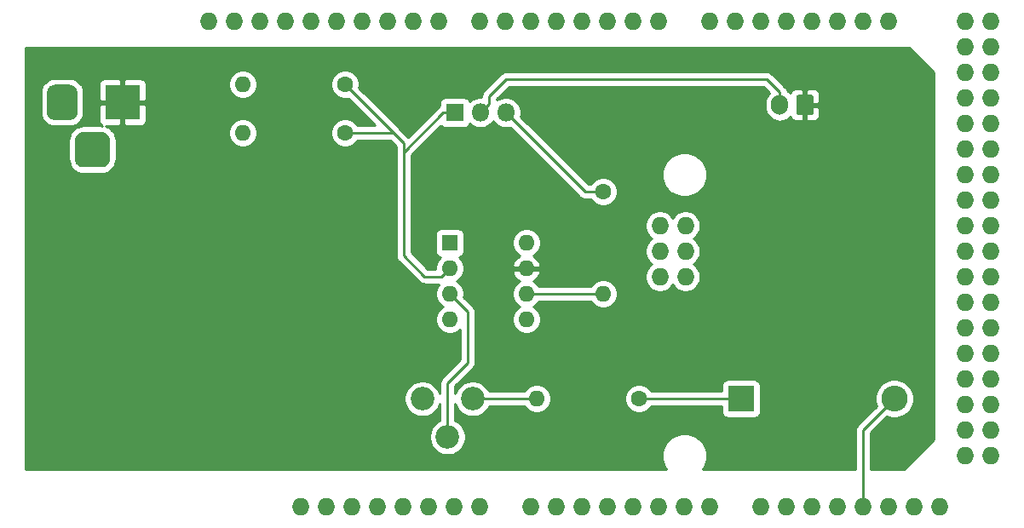
<source format=gbr>
G04 #@! TF.GenerationSoftware,KiCad,Pcbnew,5.1.5-52549c5~84~ubuntu18.04.1*
G04 #@! TF.CreationDate,2020-04-29T15:12:50+01:00*
G04 #@! TF.ProjectId,etl_driver_as_arduino_due_shield,65746c5f-6472-4697-9665-725f61735f61,rev?*
G04 #@! TF.SameCoordinates,Original*
G04 #@! TF.FileFunction,Copper,L1,Top*
G04 #@! TF.FilePolarity,Positive*
%FSLAX46Y46*%
G04 Gerber Fmt 4.6, Leading zero omitted, Abs format (unit mm)*
G04 Created by KiCad (PCBNEW 5.1.5-52549c5~84~ubuntu18.04.1) date 2020-04-29 15:12:50*
%MOMM*%
%LPD*%
G04 APERTURE LIST*
%ADD10O,1.727200X1.727200*%
%ADD11R,2.600000X2.600000*%
%ADD12O,2.600000X2.600000*%
%ADD13R,1.800000X1.800000*%
%ADD14O,1.800000X1.800000*%
%ADD15C,1.600000*%
%ADD16O,1.600000X1.600000*%
%ADD17C,2.340000*%
%ADD18R,1.600000X1.600000*%
%ADD19R,3.500000X3.500000*%
%ADD20C,0.100000*%
%ADD21O,1.700000X2.000000*%
%ADD22C,0.250000*%
%ADD23C,0.254000*%
G04 APERTURE END LIST*
D10*
X156031001Y-99389001D03*
X158571001Y-99389001D03*
X158571001Y-96849001D03*
X156031001Y-96849001D03*
X158571001Y-94309001D03*
X143204001Y-122249001D03*
X138124001Y-122249001D03*
X135584001Y-122249001D03*
X133044001Y-122249001D03*
X130504001Y-122249001D03*
X127964001Y-122249001D03*
X125424001Y-122249001D03*
X122884001Y-122249001D03*
X178764001Y-73989001D03*
X176224001Y-73989001D03*
X173684001Y-73989001D03*
X171144001Y-73989001D03*
X168604001Y-73989001D03*
X166064001Y-73989001D03*
X163524001Y-73989001D03*
X160984001Y-73989001D03*
X155904001Y-73989001D03*
X153364001Y-73989001D03*
X150824001Y-73989001D03*
X148284001Y-73989001D03*
X145744001Y-73989001D03*
X143204001Y-73989001D03*
X140664001Y-73989001D03*
X138124001Y-73989001D03*
X118820001Y-73989001D03*
X134060001Y-73989001D03*
X131520001Y-73989001D03*
X128980001Y-73989001D03*
X111200001Y-73989001D03*
X113740001Y-73989001D03*
X116280001Y-73989001D03*
X121360001Y-73989001D03*
X123900001Y-73989001D03*
X126440001Y-73989001D03*
X120344001Y-122249001D03*
X145744001Y-122249001D03*
X148284001Y-122249001D03*
X150824001Y-122249001D03*
X153364001Y-122249001D03*
X155904001Y-122249001D03*
X158444001Y-122249001D03*
X160984001Y-122249001D03*
X166064001Y-122249001D03*
X168604001Y-122249001D03*
X171144001Y-122249001D03*
X173684001Y-122249001D03*
X176224001Y-122249001D03*
X178764001Y-122249001D03*
X181304001Y-122249001D03*
X183844001Y-122249001D03*
X186384001Y-73989001D03*
X188924001Y-73989001D03*
X186384001Y-76529001D03*
X188924001Y-76529001D03*
X186384001Y-79069001D03*
X188924001Y-79069001D03*
X186384001Y-81609001D03*
X188924001Y-81609001D03*
X186384001Y-84149001D03*
X188924001Y-84149001D03*
X186384001Y-86689001D03*
X188924001Y-86689001D03*
X186384001Y-89229001D03*
X188924001Y-89229001D03*
X186384001Y-91769001D03*
X188924001Y-91769001D03*
X186384001Y-94309001D03*
X188924001Y-94309001D03*
X186384001Y-96849001D03*
X188924001Y-96849001D03*
X186384001Y-99389001D03*
X188924001Y-99389001D03*
X186384001Y-101929001D03*
X188924001Y-101929001D03*
X186384001Y-104469001D03*
X188924001Y-104469001D03*
X186384001Y-107009001D03*
X188924001Y-107009001D03*
X186384001Y-109549001D03*
X188924001Y-109549001D03*
X186384001Y-112089001D03*
X188924001Y-112089001D03*
X186384001Y-114629001D03*
X188924001Y-114629001D03*
X186384001Y-117169001D03*
X188924001Y-117169001D03*
X156031001Y-94309001D03*
D11*
X164084000Y-111506000D03*
D12*
X179324000Y-111506000D03*
D13*
X135636000Y-83058000D03*
D14*
X138176000Y-83058000D03*
X140716000Y-83058000D03*
D15*
X153924000Y-111506000D03*
D16*
X143764000Y-111506000D03*
X150368000Y-101092000D03*
D15*
X150368000Y-90932000D03*
X124714000Y-85090000D03*
D16*
X114554000Y-85090000D03*
X114554000Y-80264000D03*
D15*
X124714000Y-80264000D03*
D17*
X132414000Y-111506000D03*
X134914000Y-115306000D03*
X137414000Y-111506000D03*
D18*
X135128000Y-96012000D03*
D16*
X142748000Y-103632000D03*
X135128000Y-98552000D03*
X142748000Y-101092000D03*
X135128000Y-101092000D03*
X142748000Y-98552000D03*
X135128000Y-103632000D03*
X142748000Y-96012000D03*
D19*
X102616000Y-82042000D03*
G04 #@! TA.AperFunction,ComponentPad*
D20*
G36*
X97439513Y-80295611D02*
G01*
X97512318Y-80306411D01*
X97583714Y-80324295D01*
X97653013Y-80349090D01*
X97719548Y-80380559D01*
X97782678Y-80418398D01*
X97841795Y-80462242D01*
X97896330Y-80511670D01*
X97945758Y-80566205D01*
X97989602Y-80625322D01*
X98027441Y-80688452D01*
X98058910Y-80754987D01*
X98083705Y-80824286D01*
X98101589Y-80895682D01*
X98112389Y-80968487D01*
X98116000Y-81042000D01*
X98116000Y-83042000D01*
X98112389Y-83115513D01*
X98101589Y-83188318D01*
X98083705Y-83259714D01*
X98058910Y-83329013D01*
X98027441Y-83395548D01*
X97989602Y-83458678D01*
X97945758Y-83517795D01*
X97896330Y-83572330D01*
X97841795Y-83621758D01*
X97782678Y-83665602D01*
X97719548Y-83703441D01*
X97653013Y-83734910D01*
X97583714Y-83759705D01*
X97512318Y-83777589D01*
X97439513Y-83788389D01*
X97366000Y-83792000D01*
X95866000Y-83792000D01*
X95792487Y-83788389D01*
X95719682Y-83777589D01*
X95648286Y-83759705D01*
X95578987Y-83734910D01*
X95512452Y-83703441D01*
X95449322Y-83665602D01*
X95390205Y-83621758D01*
X95335670Y-83572330D01*
X95286242Y-83517795D01*
X95242398Y-83458678D01*
X95204559Y-83395548D01*
X95173090Y-83329013D01*
X95148295Y-83259714D01*
X95130411Y-83188318D01*
X95119611Y-83115513D01*
X95116000Y-83042000D01*
X95116000Y-81042000D01*
X95119611Y-80968487D01*
X95130411Y-80895682D01*
X95148295Y-80824286D01*
X95173090Y-80754987D01*
X95204559Y-80688452D01*
X95242398Y-80625322D01*
X95286242Y-80566205D01*
X95335670Y-80511670D01*
X95390205Y-80462242D01*
X95449322Y-80418398D01*
X95512452Y-80380559D01*
X95578987Y-80349090D01*
X95648286Y-80324295D01*
X95719682Y-80306411D01*
X95792487Y-80295611D01*
X95866000Y-80292000D01*
X97366000Y-80292000D01*
X97439513Y-80295611D01*
G37*
G04 #@! TD.AperFunction*
G04 #@! TA.AperFunction,ComponentPad*
G36*
X100576765Y-84996213D02*
G01*
X100661704Y-85008813D01*
X100744999Y-85029677D01*
X100825848Y-85058605D01*
X100903472Y-85095319D01*
X100977124Y-85139464D01*
X101046094Y-85190616D01*
X101109718Y-85248282D01*
X101167384Y-85311906D01*
X101218536Y-85380876D01*
X101262681Y-85454528D01*
X101299395Y-85532152D01*
X101328323Y-85613001D01*
X101349187Y-85696296D01*
X101361787Y-85781235D01*
X101366000Y-85867000D01*
X101366000Y-87617000D01*
X101361787Y-87702765D01*
X101349187Y-87787704D01*
X101328323Y-87870999D01*
X101299395Y-87951848D01*
X101262681Y-88029472D01*
X101218536Y-88103124D01*
X101167384Y-88172094D01*
X101109718Y-88235718D01*
X101046094Y-88293384D01*
X100977124Y-88344536D01*
X100903472Y-88388681D01*
X100825848Y-88425395D01*
X100744999Y-88454323D01*
X100661704Y-88475187D01*
X100576765Y-88487787D01*
X100491000Y-88492000D01*
X98741000Y-88492000D01*
X98655235Y-88487787D01*
X98570296Y-88475187D01*
X98487001Y-88454323D01*
X98406152Y-88425395D01*
X98328528Y-88388681D01*
X98254876Y-88344536D01*
X98185906Y-88293384D01*
X98122282Y-88235718D01*
X98064616Y-88172094D01*
X98013464Y-88103124D01*
X97969319Y-88029472D01*
X97932605Y-87951848D01*
X97903677Y-87870999D01*
X97882813Y-87787704D01*
X97870213Y-87702765D01*
X97866000Y-87617000D01*
X97866000Y-85867000D01*
X97870213Y-85781235D01*
X97882813Y-85696296D01*
X97903677Y-85613001D01*
X97932605Y-85532152D01*
X97969319Y-85454528D01*
X98013464Y-85380876D01*
X98064616Y-85311906D01*
X98122282Y-85248282D01*
X98185906Y-85190616D01*
X98254876Y-85139464D01*
X98328528Y-85095319D01*
X98406152Y-85058605D01*
X98487001Y-85029677D01*
X98570296Y-85008813D01*
X98655235Y-84996213D01*
X98741000Y-84992000D01*
X100491000Y-84992000D01*
X100576765Y-84996213D01*
G37*
G04 #@! TD.AperFunction*
G04 #@! TA.AperFunction,ComponentPad*
G36*
X171058504Y-81297204D02*
G01*
X171082773Y-81300804D01*
X171106571Y-81306765D01*
X171129671Y-81315030D01*
X171151849Y-81325520D01*
X171172893Y-81338133D01*
X171192598Y-81352747D01*
X171210777Y-81369223D01*
X171227253Y-81387402D01*
X171241867Y-81407107D01*
X171254480Y-81428151D01*
X171264970Y-81450329D01*
X171273235Y-81473429D01*
X171279196Y-81497227D01*
X171282796Y-81521496D01*
X171284000Y-81546000D01*
X171284000Y-83046000D01*
X171282796Y-83070504D01*
X171279196Y-83094773D01*
X171273235Y-83118571D01*
X171264970Y-83141671D01*
X171254480Y-83163849D01*
X171241867Y-83184893D01*
X171227253Y-83204598D01*
X171210777Y-83222777D01*
X171192598Y-83239253D01*
X171172893Y-83253867D01*
X171151849Y-83266480D01*
X171129671Y-83276970D01*
X171106571Y-83285235D01*
X171082773Y-83291196D01*
X171058504Y-83294796D01*
X171034000Y-83296000D01*
X169834000Y-83296000D01*
X169809496Y-83294796D01*
X169785227Y-83291196D01*
X169761429Y-83285235D01*
X169738329Y-83276970D01*
X169716151Y-83266480D01*
X169695107Y-83253867D01*
X169675402Y-83239253D01*
X169657223Y-83222777D01*
X169640747Y-83204598D01*
X169626133Y-83184893D01*
X169613520Y-83163849D01*
X169603030Y-83141671D01*
X169594765Y-83118571D01*
X169588804Y-83094773D01*
X169585204Y-83070504D01*
X169584000Y-83046000D01*
X169584000Y-81546000D01*
X169585204Y-81521496D01*
X169588804Y-81497227D01*
X169594765Y-81473429D01*
X169603030Y-81450329D01*
X169613520Y-81428151D01*
X169626133Y-81407107D01*
X169640747Y-81387402D01*
X169657223Y-81369223D01*
X169675402Y-81352747D01*
X169695107Y-81338133D01*
X169716151Y-81325520D01*
X169738329Y-81315030D01*
X169761429Y-81306765D01*
X169785227Y-81300804D01*
X169809496Y-81297204D01*
X169834000Y-81296000D01*
X171034000Y-81296000D01*
X171058504Y-81297204D01*
G37*
G04 #@! TD.AperFunction*
D21*
X167934000Y-82296000D03*
D22*
X167934000Y-81046000D02*
X167934000Y-82296000D01*
X138176000Y-83058000D02*
X139075999Y-82158001D01*
X140716000Y-79756000D02*
X166644000Y-79756000D01*
X139075999Y-82158001D02*
X139075999Y-81396001D01*
X139075999Y-81396001D02*
X140716000Y-79756000D01*
X166644000Y-79756000D02*
X167934000Y-81046000D01*
X134486000Y-83058000D02*
X135636000Y-83058000D01*
X135128000Y-98552000D02*
X134328001Y-99351999D01*
X134328001Y-99351999D02*
X132625999Y-99351999D01*
X130556000Y-86988000D02*
X134486000Y-83058000D01*
X132625999Y-99351999D02*
X130556000Y-97282000D01*
X130556000Y-97282000D02*
X130556000Y-86988000D01*
X130556000Y-86988000D02*
X130556000Y-86106000D01*
X129540000Y-85090000D02*
X124714000Y-80264000D01*
X129540000Y-85090000D02*
X124714000Y-85090000D01*
X130556000Y-86106000D02*
X129540000Y-85090000D01*
X148590000Y-90932000D02*
X140716000Y-83058000D01*
X150368000Y-90932000D02*
X148590000Y-90932000D01*
X143764000Y-111506000D02*
X137414000Y-111506000D01*
X149236630Y-101092000D02*
X142748000Y-101092000D01*
X150368000Y-101092000D02*
X149236630Y-101092000D01*
X134914000Y-115306000D02*
X134914000Y-109942000D01*
X134914000Y-109942000D02*
X136906000Y-107950000D01*
X136906000Y-102870000D02*
X135128000Y-101092000D01*
X136906000Y-107950000D02*
X136906000Y-102870000D01*
X164084000Y-111506000D02*
X153924000Y-111506000D01*
X176224001Y-114605999D02*
X179324000Y-111506000D01*
X176224001Y-122249001D02*
X176224001Y-114605999D01*
D23*
G36*
X183261000Y-79046606D02*
G01*
X183261000Y-115517394D01*
X180287394Y-118491000D01*
X176984001Y-118491000D01*
X176984001Y-114920800D01*
X178603015Y-113301787D01*
X178759581Y-113366639D01*
X179133419Y-113441000D01*
X179514581Y-113441000D01*
X179888419Y-113366639D01*
X180240566Y-113220775D01*
X180557491Y-113009013D01*
X180827013Y-112739491D01*
X181038775Y-112422566D01*
X181184639Y-112070419D01*
X181259000Y-111696581D01*
X181259000Y-111315419D01*
X181184639Y-110941581D01*
X181038775Y-110589434D01*
X180827013Y-110272509D01*
X180557491Y-110002987D01*
X180240566Y-109791225D01*
X179888419Y-109645361D01*
X179514581Y-109571000D01*
X179133419Y-109571000D01*
X178759581Y-109645361D01*
X178407434Y-109791225D01*
X178090509Y-110002987D01*
X177820987Y-110272509D01*
X177609225Y-110589434D01*
X177463361Y-110941581D01*
X177389000Y-111315419D01*
X177389000Y-111696581D01*
X177463361Y-112070419D01*
X177528213Y-112226985D01*
X175712999Y-114042200D01*
X175684001Y-114065998D01*
X175660203Y-114094996D01*
X175660202Y-114094997D01*
X175589027Y-114181723D01*
X175518455Y-114313753D01*
X175488181Y-114413557D01*
X175476820Y-114451012D01*
X175474999Y-114457014D01*
X175460325Y-114605999D01*
X175464002Y-114643331D01*
X175464001Y-118491000D01*
X160248681Y-118491000D01*
X160424632Y-118227670D01*
X160593111Y-117820926D01*
X160679001Y-117389129D01*
X160679001Y-116948873D01*
X160593111Y-116517076D01*
X160424632Y-116110332D01*
X160180039Y-115744272D01*
X159868730Y-115432963D01*
X159502670Y-115188370D01*
X159095926Y-115019891D01*
X158664129Y-114934001D01*
X158223873Y-114934001D01*
X157792076Y-115019891D01*
X157385332Y-115188370D01*
X157019272Y-115432963D01*
X156707963Y-115744272D01*
X156463370Y-116110332D01*
X156294891Y-116517076D01*
X156209001Y-116948873D01*
X156209001Y-117389129D01*
X156294891Y-117820926D01*
X156463370Y-118227670D01*
X156639321Y-118491000D01*
X92989000Y-118491000D01*
X92989000Y-85867000D01*
X97227928Y-85867000D01*
X97227928Y-87617000D01*
X97257001Y-87912186D01*
X97343104Y-88196028D01*
X97482927Y-88457618D01*
X97671097Y-88686903D01*
X97900382Y-88875073D01*
X98161972Y-89014896D01*
X98445814Y-89100999D01*
X98741000Y-89130072D01*
X100491000Y-89130072D01*
X100786186Y-89100999D01*
X101070028Y-89014896D01*
X101331618Y-88875073D01*
X101560903Y-88686903D01*
X101749073Y-88457618D01*
X101888896Y-88196028D01*
X101974999Y-87912186D01*
X102004072Y-87617000D01*
X102004072Y-85867000D01*
X101974999Y-85571814D01*
X101888896Y-85287972D01*
X101749073Y-85026382D01*
X101685293Y-84948665D01*
X113119000Y-84948665D01*
X113119000Y-85231335D01*
X113174147Y-85508574D01*
X113282320Y-85769727D01*
X113439363Y-86004759D01*
X113639241Y-86204637D01*
X113874273Y-86361680D01*
X114135426Y-86469853D01*
X114412665Y-86525000D01*
X114695335Y-86525000D01*
X114972574Y-86469853D01*
X115233727Y-86361680D01*
X115468759Y-86204637D01*
X115668637Y-86004759D01*
X115825680Y-85769727D01*
X115933853Y-85508574D01*
X115989000Y-85231335D01*
X115989000Y-84948665D01*
X115933853Y-84671426D01*
X115825680Y-84410273D01*
X115668637Y-84175241D01*
X115468759Y-83975363D01*
X115233727Y-83818320D01*
X114972574Y-83710147D01*
X114695335Y-83655000D01*
X114412665Y-83655000D01*
X114135426Y-83710147D01*
X113874273Y-83818320D01*
X113639241Y-83975363D01*
X113439363Y-84175241D01*
X113282320Y-84410273D01*
X113174147Y-84671426D01*
X113119000Y-84948665D01*
X101685293Y-84948665D01*
X101560903Y-84797097D01*
X101331618Y-84608927D01*
X101070028Y-84469104D01*
X100940840Y-84429915D01*
X102330250Y-84427000D01*
X102489000Y-84268250D01*
X102489000Y-82169000D01*
X102743000Y-82169000D01*
X102743000Y-84268250D01*
X102901750Y-84427000D01*
X104366000Y-84430072D01*
X104490482Y-84417812D01*
X104610180Y-84381502D01*
X104720494Y-84322537D01*
X104817185Y-84243185D01*
X104896537Y-84146494D01*
X104955502Y-84036180D01*
X104991812Y-83916482D01*
X105004072Y-83792000D01*
X105001000Y-82327750D01*
X104842250Y-82169000D01*
X102743000Y-82169000D01*
X102489000Y-82169000D01*
X100389750Y-82169000D01*
X100231000Y-82327750D01*
X100227928Y-83792000D01*
X100240188Y-83916482D01*
X100276498Y-84036180D01*
X100335463Y-84146494D01*
X100414815Y-84243185D01*
X100511506Y-84322537D01*
X100588131Y-84363494D01*
X100491000Y-84353928D01*
X98741000Y-84353928D01*
X98445814Y-84383001D01*
X98161972Y-84469104D01*
X97900382Y-84608927D01*
X97671097Y-84797097D01*
X97482927Y-85026382D01*
X97343104Y-85287972D01*
X97257001Y-85571814D01*
X97227928Y-85867000D01*
X92989000Y-85867000D01*
X92989000Y-81042000D01*
X94477928Y-81042000D01*
X94477928Y-83042000D01*
X94504599Y-83312799D01*
X94583589Y-83573192D01*
X94711860Y-83813171D01*
X94884485Y-84023515D01*
X95094829Y-84196140D01*
X95334808Y-84324411D01*
X95595201Y-84403401D01*
X95866000Y-84430072D01*
X97366000Y-84430072D01*
X97636799Y-84403401D01*
X97897192Y-84324411D01*
X98137171Y-84196140D01*
X98347515Y-84023515D01*
X98520140Y-83813171D01*
X98648411Y-83573192D01*
X98727401Y-83312799D01*
X98754072Y-83042000D01*
X98754072Y-81042000D01*
X98727401Y-80771201D01*
X98648411Y-80510808D01*
X98531457Y-80292000D01*
X100227928Y-80292000D01*
X100231000Y-81756250D01*
X100389750Y-81915000D01*
X102489000Y-81915000D01*
X102489000Y-79815750D01*
X102743000Y-79815750D01*
X102743000Y-81915000D01*
X104842250Y-81915000D01*
X105001000Y-81756250D01*
X105004072Y-80292000D01*
X104991812Y-80167518D01*
X104978206Y-80122665D01*
X113119000Y-80122665D01*
X113119000Y-80405335D01*
X113174147Y-80682574D01*
X113282320Y-80943727D01*
X113439363Y-81178759D01*
X113639241Y-81378637D01*
X113874273Y-81535680D01*
X114135426Y-81643853D01*
X114412665Y-81699000D01*
X114695335Y-81699000D01*
X114972574Y-81643853D01*
X115233727Y-81535680D01*
X115468759Y-81378637D01*
X115668637Y-81178759D01*
X115825680Y-80943727D01*
X115933853Y-80682574D01*
X115989000Y-80405335D01*
X115989000Y-80122665D01*
X123279000Y-80122665D01*
X123279000Y-80405335D01*
X123334147Y-80682574D01*
X123442320Y-80943727D01*
X123599363Y-81178759D01*
X123799241Y-81378637D01*
X124034273Y-81535680D01*
X124295426Y-81643853D01*
X124572665Y-81699000D01*
X124855335Y-81699000D01*
X125037887Y-81662688D01*
X127705198Y-84330000D01*
X125932043Y-84330000D01*
X125828637Y-84175241D01*
X125628759Y-83975363D01*
X125393727Y-83818320D01*
X125132574Y-83710147D01*
X124855335Y-83655000D01*
X124572665Y-83655000D01*
X124295426Y-83710147D01*
X124034273Y-83818320D01*
X123799241Y-83975363D01*
X123599363Y-84175241D01*
X123442320Y-84410273D01*
X123334147Y-84671426D01*
X123279000Y-84948665D01*
X123279000Y-85231335D01*
X123334147Y-85508574D01*
X123442320Y-85769727D01*
X123599363Y-86004759D01*
X123799241Y-86204637D01*
X124034273Y-86361680D01*
X124295426Y-86469853D01*
X124572665Y-86525000D01*
X124855335Y-86525000D01*
X125132574Y-86469853D01*
X125393727Y-86361680D01*
X125628759Y-86204637D01*
X125828637Y-86004759D01*
X125932043Y-85850000D01*
X129225199Y-85850000D01*
X129796000Y-86420802D01*
X129796000Y-86950678D01*
X129792324Y-86988000D01*
X129796000Y-87025322D01*
X129796000Y-87025332D01*
X129796001Y-87025342D01*
X129796000Y-97244678D01*
X129792324Y-97282000D01*
X129796000Y-97319322D01*
X129796000Y-97319332D01*
X129806997Y-97430985D01*
X129845785Y-97558854D01*
X129850454Y-97574246D01*
X129921026Y-97706276D01*
X129960871Y-97754826D01*
X130015999Y-97822001D01*
X130045003Y-97845804D01*
X132062200Y-99863002D01*
X132085998Y-99892000D01*
X132201723Y-99986973D01*
X132333752Y-100057545D01*
X132477013Y-100101002D01*
X132588666Y-100111999D01*
X132588674Y-100111999D01*
X132625999Y-100115675D01*
X132663324Y-100111999D01*
X134078605Y-100111999D01*
X134013363Y-100177241D01*
X133856320Y-100412273D01*
X133748147Y-100673426D01*
X133693000Y-100950665D01*
X133693000Y-101233335D01*
X133748147Y-101510574D01*
X133856320Y-101771727D01*
X134013363Y-102006759D01*
X134213241Y-102206637D01*
X134445759Y-102362000D01*
X134213241Y-102517363D01*
X134013363Y-102717241D01*
X133856320Y-102952273D01*
X133748147Y-103213426D01*
X133693000Y-103490665D01*
X133693000Y-103773335D01*
X133748147Y-104050574D01*
X133856320Y-104311727D01*
X134013363Y-104546759D01*
X134213241Y-104746637D01*
X134448273Y-104903680D01*
X134709426Y-105011853D01*
X134986665Y-105067000D01*
X135269335Y-105067000D01*
X135546574Y-105011853D01*
X135807727Y-104903680D01*
X136042759Y-104746637D01*
X136146001Y-104643395D01*
X136146000Y-107635197D01*
X134402998Y-109378201D01*
X134374000Y-109401999D01*
X134350202Y-109430997D01*
X134350201Y-109430998D01*
X134279026Y-109517724D01*
X134208454Y-109649754D01*
X134178180Y-109749558D01*
X134171869Y-109770365D01*
X134164998Y-109793015D01*
X134150324Y-109942000D01*
X134154001Y-109979332D01*
X134154001Y-111001449D01*
X134149635Y-110979501D01*
X134013571Y-110651012D01*
X133816035Y-110355379D01*
X133564621Y-110103965D01*
X133268988Y-109906429D01*
X132940499Y-109770365D01*
X132591777Y-109701000D01*
X132236223Y-109701000D01*
X131887501Y-109770365D01*
X131559012Y-109906429D01*
X131263379Y-110103965D01*
X131011965Y-110355379D01*
X130814429Y-110651012D01*
X130678365Y-110979501D01*
X130609000Y-111328223D01*
X130609000Y-111683777D01*
X130678365Y-112032499D01*
X130814429Y-112360988D01*
X131011965Y-112656621D01*
X131263379Y-112908035D01*
X131559012Y-113105571D01*
X131887501Y-113241635D01*
X132236223Y-113311000D01*
X132591777Y-113311000D01*
X132940499Y-113241635D01*
X133268988Y-113105571D01*
X133564621Y-112908035D01*
X133816035Y-112656621D01*
X134013571Y-112360988D01*
X134149635Y-112032499D01*
X134154001Y-112010552D01*
X134154000Y-113667084D01*
X134059012Y-113706429D01*
X133763379Y-113903965D01*
X133511965Y-114155379D01*
X133314429Y-114451012D01*
X133178365Y-114779501D01*
X133109000Y-115128223D01*
X133109000Y-115483777D01*
X133178365Y-115832499D01*
X133314429Y-116160988D01*
X133511965Y-116456621D01*
X133763379Y-116708035D01*
X134059012Y-116905571D01*
X134387501Y-117041635D01*
X134736223Y-117111000D01*
X135091777Y-117111000D01*
X135440499Y-117041635D01*
X135768988Y-116905571D01*
X136064621Y-116708035D01*
X136316035Y-116456621D01*
X136513571Y-116160988D01*
X136649635Y-115832499D01*
X136719000Y-115483777D01*
X136719000Y-115128223D01*
X136649635Y-114779501D01*
X136513571Y-114451012D01*
X136316035Y-114155379D01*
X136064621Y-113903965D01*
X135768988Y-113706429D01*
X135674000Y-113667084D01*
X135674000Y-112010555D01*
X135678365Y-112032499D01*
X135814429Y-112360988D01*
X136011965Y-112656621D01*
X136263379Y-112908035D01*
X136559012Y-113105571D01*
X136887501Y-113241635D01*
X137236223Y-113311000D01*
X137591777Y-113311000D01*
X137940499Y-113241635D01*
X138268988Y-113105571D01*
X138564621Y-112908035D01*
X138816035Y-112656621D01*
X139013571Y-112360988D01*
X139052916Y-112266000D01*
X142545957Y-112266000D01*
X142649363Y-112420759D01*
X142849241Y-112620637D01*
X143084273Y-112777680D01*
X143345426Y-112885853D01*
X143622665Y-112941000D01*
X143905335Y-112941000D01*
X144182574Y-112885853D01*
X144443727Y-112777680D01*
X144678759Y-112620637D01*
X144878637Y-112420759D01*
X145035680Y-112185727D01*
X145143853Y-111924574D01*
X145199000Y-111647335D01*
X145199000Y-111364665D01*
X152489000Y-111364665D01*
X152489000Y-111647335D01*
X152544147Y-111924574D01*
X152652320Y-112185727D01*
X152809363Y-112420759D01*
X153009241Y-112620637D01*
X153244273Y-112777680D01*
X153505426Y-112885853D01*
X153782665Y-112941000D01*
X154065335Y-112941000D01*
X154342574Y-112885853D01*
X154603727Y-112777680D01*
X154838759Y-112620637D01*
X155038637Y-112420759D01*
X155142043Y-112266000D01*
X162145928Y-112266000D01*
X162145928Y-112806000D01*
X162158188Y-112930482D01*
X162194498Y-113050180D01*
X162253463Y-113160494D01*
X162332815Y-113257185D01*
X162429506Y-113336537D01*
X162539820Y-113395502D01*
X162659518Y-113431812D01*
X162784000Y-113444072D01*
X165384000Y-113444072D01*
X165508482Y-113431812D01*
X165628180Y-113395502D01*
X165738494Y-113336537D01*
X165835185Y-113257185D01*
X165914537Y-113160494D01*
X165973502Y-113050180D01*
X166009812Y-112930482D01*
X166022072Y-112806000D01*
X166022072Y-110206000D01*
X166009812Y-110081518D01*
X165973502Y-109961820D01*
X165914537Y-109851506D01*
X165835185Y-109754815D01*
X165738494Y-109675463D01*
X165628180Y-109616498D01*
X165508482Y-109580188D01*
X165384000Y-109567928D01*
X162784000Y-109567928D01*
X162659518Y-109580188D01*
X162539820Y-109616498D01*
X162429506Y-109675463D01*
X162332815Y-109754815D01*
X162253463Y-109851506D01*
X162194498Y-109961820D01*
X162158188Y-110081518D01*
X162145928Y-110206000D01*
X162145928Y-110746000D01*
X155142043Y-110746000D01*
X155038637Y-110591241D01*
X154838759Y-110391363D01*
X154603727Y-110234320D01*
X154342574Y-110126147D01*
X154065335Y-110071000D01*
X153782665Y-110071000D01*
X153505426Y-110126147D01*
X153244273Y-110234320D01*
X153009241Y-110391363D01*
X152809363Y-110591241D01*
X152652320Y-110826273D01*
X152544147Y-111087426D01*
X152489000Y-111364665D01*
X145199000Y-111364665D01*
X145143853Y-111087426D01*
X145035680Y-110826273D01*
X144878637Y-110591241D01*
X144678759Y-110391363D01*
X144443727Y-110234320D01*
X144182574Y-110126147D01*
X143905335Y-110071000D01*
X143622665Y-110071000D01*
X143345426Y-110126147D01*
X143084273Y-110234320D01*
X142849241Y-110391363D01*
X142649363Y-110591241D01*
X142545957Y-110746000D01*
X139052916Y-110746000D01*
X139013571Y-110651012D01*
X138816035Y-110355379D01*
X138564621Y-110103965D01*
X138268988Y-109906429D01*
X137940499Y-109770365D01*
X137591777Y-109701000D01*
X137236223Y-109701000D01*
X136887501Y-109770365D01*
X136559012Y-109906429D01*
X136263379Y-110103965D01*
X136011965Y-110355379D01*
X135814429Y-110651012D01*
X135678365Y-110979501D01*
X135674000Y-111001445D01*
X135674000Y-110256801D01*
X137417009Y-108513794D01*
X137446001Y-108490001D01*
X137469795Y-108461008D01*
X137469799Y-108461004D01*
X137540973Y-108374277D01*
X137540974Y-108374276D01*
X137611546Y-108242247D01*
X137655003Y-108098986D01*
X137666000Y-107987333D01*
X137666000Y-107987324D01*
X137669676Y-107950001D01*
X137666000Y-107912678D01*
X137666000Y-102907325D01*
X137669676Y-102870000D01*
X137666000Y-102832675D01*
X137666000Y-102832667D01*
X137655003Y-102721014D01*
X137611546Y-102577753D01*
X137540974Y-102445724D01*
X137446001Y-102329999D01*
X137417003Y-102306201D01*
X136526688Y-101415886D01*
X136563000Y-101233335D01*
X136563000Y-100950665D01*
X141313000Y-100950665D01*
X141313000Y-101233335D01*
X141368147Y-101510574D01*
X141476320Y-101771727D01*
X141633363Y-102006759D01*
X141833241Y-102206637D01*
X142065759Y-102362000D01*
X141833241Y-102517363D01*
X141633363Y-102717241D01*
X141476320Y-102952273D01*
X141368147Y-103213426D01*
X141313000Y-103490665D01*
X141313000Y-103773335D01*
X141368147Y-104050574D01*
X141476320Y-104311727D01*
X141633363Y-104546759D01*
X141833241Y-104746637D01*
X142068273Y-104903680D01*
X142329426Y-105011853D01*
X142606665Y-105067000D01*
X142889335Y-105067000D01*
X143166574Y-105011853D01*
X143427727Y-104903680D01*
X143662759Y-104746637D01*
X143862637Y-104546759D01*
X144019680Y-104311727D01*
X144127853Y-104050574D01*
X144183000Y-103773335D01*
X144183000Y-103490665D01*
X144127853Y-103213426D01*
X144019680Y-102952273D01*
X143862637Y-102717241D01*
X143662759Y-102517363D01*
X143430241Y-102362000D01*
X143662759Y-102206637D01*
X143862637Y-102006759D01*
X143966043Y-101852000D01*
X149149957Y-101852000D01*
X149253363Y-102006759D01*
X149453241Y-102206637D01*
X149688273Y-102363680D01*
X149949426Y-102471853D01*
X150226665Y-102527000D01*
X150509335Y-102527000D01*
X150786574Y-102471853D01*
X151047727Y-102363680D01*
X151282759Y-102206637D01*
X151482637Y-102006759D01*
X151639680Y-101771727D01*
X151747853Y-101510574D01*
X151803000Y-101233335D01*
X151803000Y-100950665D01*
X151747853Y-100673426D01*
X151639680Y-100412273D01*
X151482637Y-100177241D01*
X151282759Y-99977363D01*
X151047727Y-99820320D01*
X150786574Y-99712147D01*
X150509335Y-99657000D01*
X150226665Y-99657000D01*
X149949426Y-99712147D01*
X149688273Y-99820320D01*
X149453241Y-99977363D01*
X149253363Y-100177241D01*
X149149957Y-100332000D01*
X143966043Y-100332000D01*
X143862637Y-100177241D01*
X143662759Y-99977363D01*
X143427727Y-99820320D01*
X143417135Y-99815933D01*
X143603131Y-99704385D01*
X143811519Y-99515414D01*
X143979037Y-99289420D01*
X144099246Y-99035087D01*
X144139904Y-98901039D01*
X144017915Y-98679000D01*
X142875000Y-98679000D01*
X142875000Y-98699000D01*
X142621000Y-98699000D01*
X142621000Y-98679000D01*
X141478085Y-98679000D01*
X141356096Y-98901039D01*
X141396754Y-99035087D01*
X141516963Y-99289420D01*
X141684481Y-99515414D01*
X141892869Y-99704385D01*
X142078865Y-99815933D01*
X142068273Y-99820320D01*
X141833241Y-99977363D01*
X141633363Y-100177241D01*
X141476320Y-100412273D01*
X141368147Y-100673426D01*
X141313000Y-100950665D01*
X136563000Y-100950665D01*
X136507853Y-100673426D01*
X136399680Y-100412273D01*
X136242637Y-100177241D01*
X136042759Y-99977363D01*
X135810241Y-99822000D01*
X136042759Y-99666637D01*
X136242637Y-99466759D01*
X136399680Y-99231727D01*
X136507853Y-98970574D01*
X136563000Y-98693335D01*
X136563000Y-98410665D01*
X136507853Y-98133426D01*
X136399680Y-97872273D01*
X136242637Y-97637241D01*
X136044039Y-97438643D01*
X136052482Y-97437812D01*
X136172180Y-97401502D01*
X136282494Y-97342537D01*
X136379185Y-97263185D01*
X136458537Y-97166494D01*
X136517502Y-97056180D01*
X136553812Y-96936482D01*
X136566072Y-96812000D01*
X136566072Y-95870665D01*
X141313000Y-95870665D01*
X141313000Y-96153335D01*
X141368147Y-96430574D01*
X141476320Y-96691727D01*
X141633363Y-96926759D01*
X141833241Y-97126637D01*
X142068273Y-97283680D01*
X142078865Y-97288067D01*
X141892869Y-97399615D01*
X141684481Y-97588586D01*
X141516963Y-97814580D01*
X141396754Y-98068913D01*
X141356096Y-98202961D01*
X141478085Y-98425000D01*
X142621000Y-98425000D01*
X142621000Y-98405000D01*
X142875000Y-98405000D01*
X142875000Y-98425000D01*
X144017915Y-98425000D01*
X144139904Y-98202961D01*
X144099246Y-98068913D01*
X143979037Y-97814580D01*
X143811519Y-97588586D01*
X143603131Y-97399615D01*
X143417135Y-97288067D01*
X143427727Y-97283680D01*
X143662759Y-97126637D01*
X143862637Y-96926759D01*
X144019680Y-96691727D01*
X144127853Y-96430574D01*
X144183000Y-96153335D01*
X144183000Y-95870665D01*
X144127853Y-95593426D01*
X144019680Y-95332273D01*
X143862637Y-95097241D01*
X143662759Y-94897363D01*
X143427727Y-94740320D01*
X143166574Y-94632147D01*
X142889335Y-94577000D01*
X142606665Y-94577000D01*
X142329426Y-94632147D01*
X142068273Y-94740320D01*
X141833241Y-94897363D01*
X141633363Y-95097241D01*
X141476320Y-95332273D01*
X141368147Y-95593426D01*
X141313000Y-95870665D01*
X136566072Y-95870665D01*
X136566072Y-95212000D01*
X136553812Y-95087518D01*
X136517502Y-94967820D01*
X136458537Y-94857506D01*
X136379185Y-94760815D01*
X136282494Y-94681463D01*
X136172180Y-94622498D01*
X136052482Y-94586188D01*
X135928000Y-94573928D01*
X134328000Y-94573928D01*
X134203518Y-94586188D01*
X134083820Y-94622498D01*
X133973506Y-94681463D01*
X133876815Y-94760815D01*
X133797463Y-94857506D01*
X133738498Y-94967820D01*
X133702188Y-95087518D01*
X133689928Y-95212000D01*
X133689928Y-96812000D01*
X133702188Y-96936482D01*
X133738498Y-97056180D01*
X133797463Y-97166494D01*
X133876815Y-97263185D01*
X133973506Y-97342537D01*
X134083820Y-97401502D01*
X134203518Y-97437812D01*
X134211961Y-97438643D01*
X134013363Y-97637241D01*
X133856320Y-97872273D01*
X133748147Y-98133426D01*
X133693000Y-98410665D01*
X133693000Y-98591999D01*
X132940801Y-98591999D01*
X131316000Y-96967199D01*
X131316000Y-94161402D01*
X154532401Y-94161402D01*
X154532401Y-94456600D01*
X154589991Y-94746126D01*
X154702959Y-95018854D01*
X154866962Y-95264303D01*
X155075699Y-95473040D01*
X155234282Y-95579001D01*
X155075699Y-95684962D01*
X154866962Y-95893699D01*
X154702959Y-96139148D01*
X154589991Y-96411876D01*
X154532401Y-96701402D01*
X154532401Y-96996600D01*
X154589991Y-97286126D01*
X154702959Y-97558854D01*
X154866962Y-97804303D01*
X155075699Y-98013040D01*
X155234282Y-98119001D01*
X155075699Y-98224962D01*
X154866962Y-98433699D01*
X154702959Y-98679148D01*
X154589991Y-98951876D01*
X154532401Y-99241402D01*
X154532401Y-99536600D01*
X154589991Y-99826126D01*
X154702959Y-100098854D01*
X154866962Y-100344303D01*
X155075699Y-100553040D01*
X155321148Y-100717043D01*
X155593876Y-100830011D01*
X155883402Y-100887601D01*
X156178600Y-100887601D01*
X156468126Y-100830011D01*
X156740854Y-100717043D01*
X156986303Y-100553040D01*
X157195040Y-100344303D01*
X157301001Y-100185720D01*
X157406962Y-100344303D01*
X157615699Y-100553040D01*
X157861148Y-100717043D01*
X158133876Y-100830011D01*
X158423402Y-100887601D01*
X158718600Y-100887601D01*
X159008126Y-100830011D01*
X159280854Y-100717043D01*
X159526303Y-100553040D01*
X159735040Y-100344303D01*
X159899043Y-100098854D01*
X160012011Y-99826126D01*
X160069601Y-99536600D01*
X160069601Y-99241402D01*
X160012011Y-98951876D01*
X159899043Y-98679148D01*
X159735040Y-98433699D01*
X159526303Y-98224962D01*
X159367720Y-98119001D01*
X159526303Y-98013040D01*
X159735040Y-97804303D01*
X159899043Y-97558854D01*
X160012011Y-97286126D01*
X160069601Y-96996600D01*
X160069601Y-96701402D01*
X160012011Y-96411876D01*
X159899043Y-96139148D01*
X159735040Y-95893699D01*
X159526303Y-95684962D01*
X159367720Y-95579001D01*
X159526303Y-95473040D01*
X159735040Y-95264303D01*
X159899043Y-95018854D01*
X160012011Y-94746126D01*
X160069601Y-94456600D01*
X160069601Y-94161402D01*
X160012011Y-93871876D01*
X159899043Y-93599148D01*
X159735040Y-93353699D01*
X159526303Y-93144962D01*
X159280854Y-92980959D01*
X159008126Y-92867991D01*
X158718600Y-92810401D01*
X158423402Y-92810401D01*
X158133876Y-92867991D01*
X157861148Y-92980959D01*
X157615699Y-93144962D01*
X157406962Y-93353699D01*
X157301001Y-93512282D01*
X157195040Y-93353699D01*
X156986303Y-93144962D01*
X156740854Y-92980959D01*
X156468126Y-92867991D01*
X156178600Y-92810401D01*
X155883402Y-92810401D01*
X155593876Y-92867991D01*
X155321148Y-92980959D01*
X155075699Y-93144962D01*
X154866962Y-93353699D01*
X154702959Y-93599148D01*
X154589991Y-93871876D01*
X154532401Y-94161402D01*
X131316000Y-94161402D01*
X131316000Y-87302801D01*
X134250919Y-84367883D01*
X134284815Y-84409185D01*
X134381506Y-84488537D01*
X134491820Y-84547502D01*
X134611518Y-84583812D01*
X134736000Y-84596072D01*
X136536000Y-84596072D01*
X136660482Y-84583812D01*
X136780180Y-84547502D01*
X136890494Y-84488537D01*
X136987185Y-84409185D01*
X137066537Y-84312494D01*
X137125502Y-84202180D01*
X137131056Y-84183873D01*
X137197495Y-84250312D01*
X137448905Y-84418299D01*
X137728257Y-84534011D01*
X138024816Y-84593000D01*
X138327184Y-84593000D01*
X138623743Y-84534011D01*
X138903095Y-84418299D01*
X139154505Y-84250312D01*
X139368312Y-84036505D01*
X139446000Y-83920237D01*
X139523688Y-84036505D01*
X139737495Y-84250312D01*
X139988905Y-84418299D01*
X140268257Y-84534011D01*
X140564816Y-84593000D01*
X140867184Y-84593000D01*
X141124930Y-84541731D01*
X148026201Y-91443003D01*
X148049999Y-91472001D01*
X148078997Y-91495799D01*
X148165724Y-91566974D01*
X148297753Y-91637546D01*
X148441014Y-91681003D01*
X148590000Y-91695677D01*
X148627333Y-91692000D01*
X149149957Y-91692000D01*
X149253363Y-91846759D01*
X149453241Y-92046637D01*
X149688273Y-92203680D01*
X149949426Y-92311853D01*
X150226665Y-92367000D01*
X150509335Y-92367000D01*
X150786574Y-92311853D01*
X151047727Y-92203680D01*
X151282759Y-92046637D01*
X151482637Y-91846759D01*
X151639680Y-91611727D01*
X151747853Y-91350574D01*
X151803000Y-91073335D01*
X151803000Y-90790665D01*
X151747853Y-90513426D01*
X151639680Y-90252273D01*
X151482637Y-90017241D01*
X151282759Y-89817363D01*
X151047727Y-89660320D01*
X150786574Y-89552147D01*
X150509335Y-89497000D01*
X150226665Y-89497000D01*
X149949426Y-89552147D01*
X149688273Y-89660320D01*
X149453241Y-89817363D01*
X149253363Y-90017241D01*
X149149957Y-90172000D01*
X148904802Y-90172000D01*
X147741675Y-89008873D01*
X156209001Y-89008873D01*
X156209001Y-89449129D01*
X156294891Y-89880926D01*
X156463370Y-90287670D01*
X156707963Y-90653730D01*
X157019272Y-90965039D01*
X157385332Y-91209632D01*
X157792076Y-91378111D01*
X158223873Y-91464001D01*
X158664129Y-91464001D01*
X159095926Y-91378111D01*
X159502670Y-91209632D01*
X159868730Y-90965039D01*
X160180039Y-90653730D01*
X160424632Y-90287670D01*
X160593111Y-89880926D01*
X160679001Y-89449129D01*
X160679001Y-89008873D01*
X160593111Y-88577076D01*
X160424632Y-88170332D01*
X160180039Y-87804272D01*
X159868730Y-87492963D01*
X159502670Y-87248370D01*
X159095926Y-87079891D01*
X158664129Y-86994001D01*
X158223873Y-86994001D01*
X157792076Y-87079891D01*
X157385332Y-87248370D01*
X157019272Y-87492963D01*
X156707963Y-87804272D01*
X156463370Y-88170332D01*
X156294891Y-88577076D01*
X156209001Y-89008873D01*
X147741675Y-89008873D01*
X142199731Y-83466930D01*
X142251000Y-83209184D01*
X142251000Y-82906816D01*
X142192011Y-82610257D01*
X142076299Y-82330905D01*
X141908312Y-82079495D01*
X141694505Y-81865688D01*
X141443095Y-81697701D01*
X141163743Y-81581989D01*
X140867184Y-81523000D01*
X140564816Y-81523000D01*
X140268257Y-81581989D01*
X139988905Y-81697701D01*
X139835999Y-81799870D01*
X139835999Y-81710802D01*
X141030802Y-80516000D01*
X166329199Y-80516000D01*
X166892706Y-81079508D01*
X166878866Y-81090866D01*
X166693294Y-81316986D01*
X166555401Y-81574966D01*
X166470487Y-81854889D01*
X166449000Y-82073050D01*
X166449000Y-82518949D01*
X166470487Y-82737110D01*
X166555401Y-83017033D01*
X166693294Y-83275013D01*
X166878866Y-83501134D01*
X167104986Y-83686706D01*
X167362966Y-83824599D01*
X167642889Y-83909513D01*
X167934000Y-83938185D01*
X168225110Y-83909513D01*
X168505033Y-83824599D01*
X168763013Y-83686706D01*
X168983945Y-83505392D01*
X168994498Y-83540180D01*
X169053463Y-83650494D01*
X169132815Y-83747185D01*
X169229506Y-83826537D01*
X169339820Y-83885502D01*
X169459518Y-83921812D01*
X169584000Y-83934072D01*
X170148250Y-83931000D01*
X170307000Y-83772250D01*
X170307000Y-82423000D01*
X170561000Y-82423000D01*
X170561000Y-83772250D01*
X170719750Y-83931000D01*
X171284000Y-83934072D01*
X171408482Y-83921812D01*
X171528180Y-83885502D01*
X171638494Y-83826537D01*
X171735185Y-83747185D01*
X171814537Y-83650494D01*
X171873502Y-83540180D01*
X171909812Y-83420482D01*
X171922072Y-83296000D01*
X171919000Y-82581750D01*
X171760250Y-82423000D01*
X170561000Y-82423000D01*
X170307000Y-82423000D01*
X170287000Y-82423000D01*
X170287000Y-82169000D01*
X170307000Y-82169000D01*
X170307000Y-80819750D01*
X170561000Y-80819750D01*
X170561000Y-82169000D01*
X171760250Y-82169000D01*
X171919000Y-82010250D01*
X171922072Y-81296000D01*
X171909812Y-81171518D01*
X171873502Y-81051820D01*
X171814537Y-80941506D01*
X171735185Y-80844815D01*
X171638494Y-80765463D01*
X171528180Y-80706498D01*
X171408482Y-80670188D01*
X171284000Y-80657928D01*
X170719750Y-80661000D01*
X170561000Y-80819750D01*
X170307000Y-80819750D01*
X170148250Y-80661000D01*
X169584000Y-80657928D01*
X169459518Y-80670188D01*
X169339820Y-80706498D01*
X169229506Y-80765463D01*
X169132815Y-80844815D01*
X169053463Y-80941506D01*
X168994498Y-81051820D01*
X168983945Y-81086608D01*
X168763014Y-80905294D01*
X168670517Y-80855854D01*
X168639546Y-80753753D01*
X168568974Y-80621724D01*
X168515238Y-80556246D01*
X168497799Y-80534996D01*
X168497795Y-80534992D01*
X168474001Y-80505999D01*
X168445009Y-80482206D01*
X167207803Y-79245002D01*
X167184001Y-79215999D01*
X167068276Y-79121026D01*
X166936247Y-79050454D01*
X166792986Y-79006997D01*
X166681333Y-78996000D01*
X166681322Y-78996000D01*
X166644000Y-78992324D01*
X166606678Y-78996000D01*
X140753325Y-78996000D01*
X140716000Y-78992324D01*
X140678675Y-78996000D01*
X140678667Y-78996000D01*
X140567014Y-79006997D01*
X140423753Y-79050454D01*
X140291724Y-79121026D01*
X140175999Y-79215999D01*
X140152201Y-79244997D01*
X138564997Y-80832202D01*
X138535999Y-80856000D01*
X138512201Y-80884998D01*
X138512200Y-80884999D01*
X138441025Y-80971725D01*
X138370453Y-81103755D01*
X138355316Y-81153657D01*
X138326996Y-81247015D01*
X138315999Y-81358668D01*
X138315999Y-81358679D01*
X138312323Y-81396001D01*
X138315999Y-81433323D01*
X138315999Y-81523000D01*
X138024816Y-81523000D01*
X137728257Y-81581989D01*
X137448905Y-81697701D01*
X137197495Y-81865688D01*
X137131056Y-81932127D01*
X137125502Y-81913820D01*
X137066537Y-81803506D01*
X136987185Y-81706815D01*
X136890494Y-81627463D01*
X136780180Y-81568498D01*
X136660482Y-81532188D01*
X136536000Y-81519928D01*
X134736000Y-81519928D01*
X134611518Y-81532188D01*
X134491820Y-81568498D01*
X134381506Y-81627463D01*
X134284815Y-81706815D01*
X134205463Y-81803506D01*
X134146498Y-81913820D01*
X134110188Y-82033518D01*
X134097928Y-82158000D01*
X134097928Y-82403674D01*
X134061724Y-82423026D01*
X133945999Y-82517999D01*
X133922201Y-82546997D01*
X130997000Y-85472198D01*
X130103804Y-84579002D01*
X130080001Y-84549999D01*
X130051003Y-84526201D01*
X126112688Y-80587887D01*
X126149000Y-80405335D01*
X126149000Y-80122665D01*
X126093853Y-79845426D01*
X125985680Y-79584273D01*
X125828637Y-79349241D01*
X125628759Y-79149363D01*
X125393727Y-78992320D01*
X125132574Y-78884147D01*
X124855335Y-78829000D01*
X124572665Y-78829000D01*
X124295426Y-78884147D01*
X124034273Y-78992320D01*
X123799241Y-79149363D01*
X123599363Y-79349241D01*
X123442320Y-79584273D01*
X123334147Y-79845426D01*
X123279000Y-80122665D01*
X115989000Y-80122665D01*
X115933853Y-79845426D01*
X115825680Y-79584273D01*
X115668637Y-79349241D01*
X115468759Y-79149363D01*
X115233727Y-78992320D01*
X114972574Y-78884147D01*
X114695335Y-78829000D01*
X114412665Y-78829000D01*
X114135426Y-78884147D01*
X113874273Y-78992320D01*
X113639241Y-79149363D01*
X113439363Y-79349241D01*
X113282320Y-79584273D01*
X113174147Y-79845426D01*
X113119000Y-80122665D01*
X104978206Y-80122665D01*
X104955502Y-80047820D01*
X104896537Y-79937506D01*
X104817185Y-79840815D01*
X104720494Y-79761463D01*
X104610180Y-79702498D01*
X104490482Y-79666188D01*
X104366000Y-79653928D01*
X102901750Y-79657000D01*
X102743000Y-79815750D01*
X102489000Y-79815750D01*
X102330250Y-79657000D01*
X100866000Y-79653928D01*
X100741518Y-79666188D01*
X100621820Y-79702498D01*
X100511506Y-79761463D01*
X100414815Y-79840815D01*
X100335463Y-79937506D01*
X100276498Y-80047820D01*
X100240188Y-80167518D01*
X100227928Y-80292000D01*
X98531457Y-80292000D01*
X98520140Y-80270829D01*
X98347515Y-80060485D01*
X98137171Y-79887860D01*
X97897192Y-79759589D01*
X97636799Y-79680599D01*
X97366000Y-79653928D01*
X95866000Y-79653928D01*
X95595201Y-79680599D01*
X95334808Y-79759589D01*
X95094829Y-79887860D01*
X94884485Y-80060485D01*
X94711860Y-80270829D01*
X94583589Y-80510808D01*
X94504599Y-80771201D01*
X94477928Y-81042000D01*
X92989000Y-81042000D01*
X92989000Y-76581000D01*
X180795394Y-76581000D01*
X183261000Y-79046606D01*
G37*
X183261000Y-79046606D02*
X183261000Y-115517394D01*
X180287394Y-118491000D01*
X176984001Y-118491000D01*
X176984001Y-114920800D01*
X178603015Y-113301787D01*
X178759581Y-113366639D01*
X179133419Y-113441000D01*
X179514581Y-113441000D01*
X179888419Y-113366639D01*
X180240566Y-113220775D01*
X180557491Y-113009013D01*
X180827013Y-112739491D01*
X181038775Y-112422566D01*
X181184639Y-112070419D01*
X181259000Y-111696581D01*
X181259000Y-111315419D01*
X181184639Y-110941581D01*
X181038775Y-110589434D01*
X180827013Y-110272509D01*
X180557491Y-110002987D01*
X180240566Y-109791225D01*
X179888419Y-109645361D01*
X179514581Y-109571000D01*
X179133419Y-109571000D01*
X178759581Y-109645361D01*
X178407434Y-109791225D01*
X178090509Y-110002987D01*
X177820987Y-110272509D01*
X177609225Y-110589434D01*
X177463361Y-110941581D01*
X177389000Y-111315419D01*
X177389000Y-111696581D01*
X177463361Y-112070419D01*
X177528213Y-112226985D01*
X175712999Y-114042200D01*
X175684001Y-114065998D01*
X175660203Y-114094996D01*
X175660202Y-114094997D01*
X175589027Y-114181723D01*
X175518455Y-114313753D01*
X175488181Y-114413557D01*
X175476820Y-114451012D01*
X175474999Y-114457014D01*
X175460325Y-114605999D01*
X175464002Y-114643331D01*
X175464001Y-118491000D01*
X160248681Y-118491000D01*
X160424632Y-118227670D01*
X160593111Y-117820926D01*
X160679001Y-117389129D01*
X160679001Y-116948873D01*
X160593111Y-116517076D01*
X160424632Y-116110332D01*
X160180039Y-115744272D01*
X159868730Y-115432963D01*
X159502670Y-115188370D01*
X159095926Y-115019891D01*
X158664129Y-114934001D01*
X158223873Y-114934001D01*
X157792076Y-115019891D01*
X157385332Y-115188370D01*
X157019272Y-115432963D01*
X156707963Y-115744272D01*
X156463370Y-116110332D01*
X156294891Y-116517076D01*
X156209001Y-116948873D01*
X156209001Y-117389129D01*
X156294891Y-117820926D01*
X156463370Y-118227670D01*
X156639321Y-118491000D01*
X92989000Y-118491000D01*
X92989000Y-85867000D01*
X97227928Y-85867000D01*
X97227928Y-87617000D01*
X97257001Y-87912186D01*
X97343104Y-88196028D01*
X97482927Y-88457618D01*
X97671097Y-88686903D01*
X97900382Y-88875073D01*
X98161972Y-89014896D01*
X98445814Y-89100999D01*
X98741000Y-89130072D01*
X100491000Y-89130072D01*
X100786186Y-89100999D01*
X101070028Y-89014896D01*
X101331618Y-88875073D01*
X101560903Y-88686903D01*
X101749073Y-88457618D01*
X101888896Y-88196028D01*
X101974999Y-87912186D01*
X102004072Y-87617000D01*
X102004072Y-85867000D01*
X101974999Y-85571814D01*
X101888896Y-85287972D01*
X101749073Y-85026382D01*
X101685293Y-84948665D01*
X113119000Y-84948665D01*
X113119000Y-85231335D01*
X113174147Y-85508574D01*
X113282320Y-85769727D01*
X113439363Y-86004759D01*
X113639241Y-86204637D01*
X113874273Y-86361680D01*
X114135426Y-86469853D01*
X114412665Y-86525000D01*
X114695335Y-86525000D01*
X114972574Y-86469853D01*
X115233727Y-86361680D01*
X115468759Y-86204637D01*
X115668637Y-86004759D01*
X115825680Y-85769727D01*
X115933853Y-85508574D01*
X115989000Y-85231335D01*
X115989000Y-84948665D01*
X115933853Y-84671426D01*
X115825680Y-84410273D01*
X115668637Y-84175241D01*
X115468759Y-83975363D01*
X115233727Y-83818320D01*
X114972574Y-83710147D01*
X114695335Y-83655000D01*
X114412665Y-83655000D01*
X114135426Y-83710147D01*
X113874273Y-83818320D01*
X113639241Y-83975363D01*
X113439363Y-84175241D01*
X113282320Y-84410273D01*
X113174147Y-84671426D01*
X113119000Y-84948665D01*
X101685293Y-84948665D01*
X101560903Y-84797097D01*
X101331618Y-84608927D01*
X101070028Y-84469104D01*
X100940840Y-84429915D01*
X102330250Y-84427000D01*
X102489000Y-84268250D01*
X102489000Y-82169000D01*
X102743000Y-82169000D01*
X102743000Y-84268250D01*
X102901750Y-84427000D01*
X104366000Y-84430072D01*
X104490482Y-84417812D01*
X104610180Y-84381502D01*
X104720494Y-84322537D01*
X104817185Y-84243185D01*
X104896537Y-84146494D01*
X104955502Y-84036180D01*
X104991812Y-83916482D01*
X105004072Y-83792000D01*
X105001000Y-82327750D01*
X104842250Y-82169000D01*
X102743000Y-82169000D01*
X102489000Y-82169000D01*
X100389750Y-82169000D01*
X100231000Y-82327750D01*
X100227928Y-83792000D01*
X100240188Y-83916482D01*
X100276498Y-84036180D01*
X100335463Y-84146494D01*
X100414815Y-84243185D01*
X100511506Y-84322537D01*
X100588131Y-84363494D01*
X100491000Y-84353928D01*
X98741000Y-84353928D01*
X98445814Y-84383001D01*
X98161972Y-84469104D01*
X97900382Y-84608927D01*
X97671097Y-84797097D01*
X97482927Y-85026382D01*
X97343104Y-85287972D01*
X97257001Y-85571814D01*
X97227928Y-85867000D01*
X92989000Y-85867000D01*
X92989000Y-81042000D01*
X94477928Y-81042000D01*
X94477928Y-83042000D01*
X94504599Y-83312799D01*
X94583589Y-83573192D01*
X94711860Y-83813171D01*
X94884485Y-84023515D01*
X95094829Y-84196140D01*
X95334808Y-84324411D01*
X95595201Y-84403401D01*
X95866000Y-84430072D01*
X97366000Y-84430072D01*
X97636799Y-84403401D01*
X97897192Y-84324411D01*
X98137171Y-84196140D01*
X98347515Y-84023515D01*
X98520140Y-83813171D01*
X98648411Y-83573192D01*
X98727401Y-83312799D01*
X98754072Y-83042000D01*
X98754072Y-81042000D01*
X98727401Y-80771201D01*
X98648411Y-80510808D01*
X98531457Y-80292000D01*
X100227928Y-80292000D01*
X100231000Y-81756250D01*
X100389750Y-81915000D01*
X102489000Y-81915000D01*
X102489000Y-79815750D01*
X102743000Y-79815750D01*
X102743000Y-81915000D01*
X104842250Y-81915000D01*
X105001000Y-81756250D01*
X105004072Y-80292000D01*
X104991812Y-80167518D01*
X104978206Y-80122665D01*
X113119000Y-80122665D01*
X113119000Y-80405335D01*
X113174147Y-80682574D01*
X113282320Y-80943727D01*
X113439363Y-81178759D01*
X113639241Y-81378637D01*
X113874273Y-81535680D01*
X114135426Y-81643853D01*
X114412665Y-81699000D01*
X114695335Y-81699000D01*
X114972574Y-81643853D01*
X115233727Y-81535680D01*
X115468759Y-81378637D01*
X115668637Y-81178759D01*
X115825680Y-80943727D01*
X115933853Y-80682574D01*
X115989000Y-80405335D01*
X115989000Y-80122665D01*
X123279000Y-80122665D01*
X123279000Y-80405335D01*
X123334147Y-80682574D01*
X123442320Y-80943727D01*
X123599363Y-81178759D01*
X123799241Y-81378637D01*
X124034273Y-81535680D01*
X124295426Y-81643853D01*
X124572665Y-81699000D01*
X124855335Y-81699000D01*
X125037887Y-81662688D01*
X127705198Y-84330000D01*
X125932043Y-84330000D01*
X125828637Y-84175241D01*
X125628759Y-83975363D01*
X125393727Y-83818320D01*
X125132574Y-83710147D01*
X124855335Y-83655000D01*
X124572665Y-83655000D01*
X124295426Y-83710147D01*
X124034273Y-83818320D01*
X123799241Y-83975363D01*
X123599363Y-84175241D01*
X123442320Y-84410273D01*
X123334147Y-84671426D01*
X123279000Y-84948665D01*
X123279000Y-85231335D01*
X123334147Y-85508574D01*
X123442320Y-85769727D01*
X123599363Y-86004759D01*
X123799241Y-86204637D01*
X124034273Y-86361680D01*
X124295426Y-86469853D01*
X124572665Y-86525000D01*
X124855335Y-86525000D01*
X125132574Y-86469853D01*
X125393727Y-86361680D01*
X125628759Y-86204637D01*
X125828637Y-86004759D01*
X125932043Y-85850000D01*
X129225199Y-85850000D01*
X129796000Y-86420802D01*
X129796000Y-86950678D01*
X129792324Y-86988000D01*
X129796000Y-87025322D01*
X129796000Y-87025332D01*
X129796001Y-87025342D01*
X129796000Y-97244678D01*
X129792324Y-97282000D01*
X129796000Y-97319322D01*
X129796000Y-97319332D01*
X129806997Y-97430985D01*
X129845785Y-97558854D01*
X129850454Y-97574246D01*
X129921026Y-97706276D01*
X129960871Y-97754826D01*
X130015999Y-97822001D01*
X130045003Y-97845804D01*
X132062200Y-99863002D01*
X132085998Y-99892000D01*
X132201723Y-99986973D01*
X132333752Y-100057545D01*
X132477013Y-100101002D01*
X132588666Y-100111999D01*
X132588674Y-100111999D01*
X132625999Y-100115675D01*
X132663324Y-100111999D01*
X134078605Y-100111999D01*
X134013363Y-100177241D01*
X133856320Y-100412273D01*
X133748147Y-100673426D01*
X133693000Y-100950665D01*
X133693000Y-101233335D01*
X133748147Y-101510574D01*
X133856320Y-101771727D01*
X134013363Y-102006759D01*
X134213241Y-102206637D01*
X134445759Y-102362000D01*
X134213241Y-102517363D01*
X134013363Y-102717241D01*
X133856320Y-102952273D01*
X133748147Y-103213426D01*
X133693000Y-103490665D01*
X133693000Y-103773335D01*
X133748147Y-104050574D01*
X133856320Y-104311727D01*
X134013363Y-104546759D01*
X134213241Y-104746637D01*
X134448273Y-104903680D01*
X134709426Y-105011853D01*
X134986665Y-105067000D01*
X135269335Y-105067000D01*
X135546574Y-105011853D01*
X135807727Y-104903680D01*
X136042759Y-104746637D01*
X136146001Y-104643395D01*
X136146000Y-107635197D01*
X134402998Y-109378201D01*
X134374000Y-109401999D01*
X134350202Y-109430997D01*
X134350201Y-109430998D01*
X134279026Y-109517724D01*
X134208454Y-109649754D01*
X134178180Y-109749558D01*
X134171869Y-109770365D01*
X134164998Y-109793015D01*
X134150324Y-109942000D01*
X134154001Y-109979332D01*
X134154001Y-111001449D01*
X134149635Y-110979501D01*
X134013571Y-110651012D01*
X133816035Y-110355379D01*
X133564621Y-110103965D01*
X133268988Y-109906429D01*
X132940499Y-109770365D01*
X132591777Y-109701000D01*
X132236223Y-109701000D01*
X131887501Y-109770365D01*
X131559012Y-109906429D01*
X131263379Y-110103965D01*
X131011965Y-110355379D01*
X130814429Y-110651012D01*
X130678365Y-110979501D01*
X130609000Y-111328223D01*
X130609000Y-111683777D01*
X130678365Y-112032499D01*
X130814429Y-112360988D01*
X131011965Y-112656621D01*
X131263379Y-112908035D01*
X131559012Y-113105571D01*
X131887501Y-113241635D01*
X132236223Y-113311000D01*
X132591777Y-113311000D01*
X132940499Y-113241635D01*
X133268988Y-113105571D01*
X133564621Y-112908035D01*
X133816035Y-112656621D01*
X134013571Y-112360988D01*
X134149635Y-112032499D01*
X134154001Y-112010552D01*
X134154000Y-113667084D01*
X134059012Y-113706429D01*
X133763379Y-113903965D01*
X133511965Y-114155379D01*
X133314429Y-114451012D01*
X133178365Y-114779501D01*
X133109000Y-115128223D01*
X133109000Y-115483777D01*
X133178365Y-115832499D01*
X133314429Y-116160988D01*
X133511965Y-116456621D01*
X133763379Y-116708035D01*
X134059012Y-116905571D01*
X134387501Y-117041635D01*
X134736223Y-117111000D01*
X135091777Y-117111000D01*
X135440499Y-117041635D01*
X135768988Y-116905571D01*
X136064621Y-116708035D01*
X136316035Y-116456621D01*
X136513571Y-116160988D01*
X136649635Y-115832499D01*
X136719000Y-115483777D01*
X136719000Y-115128223D01*
X136649635Y-114779501D01*
X136513571Y-114451012D01*
X136316035Y-114155379D01*
X136064621Y-113903965D01*
X135768988Y-113706429D01*
X135674000Y-113667084D01*
X135674000Y-112010555D01*
X135678365Y-112032499D01*
X135814429Y-112360988D01*
X136011965Y-112656621D01*
X136263379Y-112908035D01*
X136559012Y-113105571D01*
X136887501Y-113241635D01*
X137236223Y-113311000D01*
X137591777Y-113311000D01*
X137940499Y-113241635D01*
X138268988Y-113105571D01*
X138564621Y-112908035D01*
X138816035Y-112656621D01*
X139013571Y-112360988D01*
X139052916Y-112266000D01*
X142545957Y-112266000D01*
X142649363Y-112420759D01*
X142849241Y-112620637D01*
X143084273Y-112777680D01*
X143345426Y-112885853D01*
X143622665Y-112941000D01*
X143905335Y-112941000D01*
X144182574Y-112885853D01*
X144443727Y-112777680D01*
X144678759Y-112620637D01*
X144878637Y-112420759D01*
X145035680Y-112185727D01*
X145143853Y-111924574D01*
X145199000Y-111647335D01*
X145199000Y-111364665D01*
X152489000Y-111364665D01*
X152489000Y-111647335D01*
X152544147Y-111924574D01*
X152652320Y-112185727D01*
X152809363Y-112420759D01*
X153009241Y-112620637D01*
X153244273Y-112777680D01*
X153505426Y-112885853D01*
X153782665Y-112941000D01*
X154065335Y-112941000D01*
X154342574Y-112885853D01*
X154603727Y-112777680D01*
X154838759Y-112620637D01*
X155038637Y-112420759D01*
X155142043Y-112266000D01*
X162145928Y-112266000D01*
X162145928Y-112806000D01*
X162158188Y-112930482D01*
X162194498Y-113050180D01*
X162253463Y-113160494D01*
X162332815Y-113257185D01*
X162429506Y-113336537D01*
X162539820Y-113395502D01*
X162659518Y-113431812D01*
X162784000Y-113444072D01*
X165384000Y-113444072D01*
X165508482Y-113431812D01*
X165628180Y-113395502D01*
X165738494Y-113336537D01*
X165835185Y-113257185D01*
X165914537Y-113160494D01*
X165973502Y-113050180D01*
X166009812Y-112930482D01*
X166022072Y-112806000D01*
X166022072Y-110206000D01*
X166009812Y-110081518D01*
X165973502Y-109961820D01*
X165914537Y-109851506D01*
X165835185Y-109754815D01*
X165738494Y-109675463D01*
X165628180Y-109616498D01*
X165508482Y-109580188D01*
X165384000Y-109567928D01*
X162784000Y-109567928D01*
X162659518Y-109580188D01*
X162539820Y-109616498D01*
X162429506Y-109675463D01*
X162332815Y-109754815D01*
X162253463Y-109851506D01*
X162194498Y-109961820D01*
X162158188Y-110081518D01*
X162145928Y-110206000D01*
X162145928Y-110746000D01*
X155142043Y-110746000D01*
X155038637Y-110591241D01*
X154838759Y-110391363D01*
X154603727Y-110234320D01*
X154342574Y-110126147D01*
X154065335Y-110071000D01*
X153782665Y-110071000D01*
X153505426Y-110126147D01*
X153244273Y-110234320D01*
X153009241Y-110391363D01*
X152809363Y-110591241D01*
X152652320Y-110826273D01*
X152544147Y-111087426D01*
X152489000Y-111364665D01*
X145199000Y-111364665D01*
X145143853Y-111087426D01*
X145035680Y-110826273D01*
X144878637Y-110591241D01*
X144678759Y-110391363D01*
X144443727Y-110234320D01*
X144182574Y-110126147D01*
X143905335Y-110071000D01*
X143622665Y-110071000D01*
X143345426Y-110126147D01*
X143084273Y-110234320D01*
X142849241Y-110391363D01*
X142649363Y-110591241D01*
X142545957Y-110746000D01*
X139052916Y-110746000D01*
X139013571Y-110651012D01*
X138816035Y-110355379D01*
X138564621Y-110103965D01*
X138268988Y-109906429D01*
X137940499Y-109770365D01*
X137591777Y-109701000D01*
X137236223Y-109701000D01*
X136887501Y-109770365D01*
X136559012Y-109906429D01*
X136263379Y-110103965D01*
X136011965Y-110355379D01*
X135814429Y-110651012D01*
X135678365Y-110979501D01*
X135674000Y-111001445D01*
X135674000Y-110256801D01*
X137417009Y-108513794D01*
X137446001Y-108490001D01*
X137469795Y-108461008D01*
X137469799Y-108461004D01*
X137540973Y-108374277D01*
X137540974Y-108374276D01*
X137611546Y-108242247D01*
X137655003Y-108098986D01*
X137666000Y-107987333D01*
X137666000Y-107987324D01*
X137669676Y-107950001D01*
X137666000Y-107912678D01*
X137666000Y-102907325D01*
X137669676Y-102870000D01*
X137666000Y-102832675D01*
X137666000Y-102832667D01*
X137655003Y-102721014D01*
X137611546Y-102577753D01*
X137540974Y-102445724D01*
X137446001Y-102329999D01*
X137417003Y-102306201D01*
X136526688Y-101415886D01*
X136563000Y-101233335D01*
X136563000Y-100950665D01*
X141313000Y-100950665D01*
X141313000Y-101233335D01*
X141368147Y-101510574D01*
X141476320Y-101771727D01*
X141633363Y-102006759D01*
X141833241Y-102206637D01*
X142065759Y-102362000D01*
X141833241Y-102517363D01*
X141633363Y-102717241D01*
X141476320Y-102952273D01*
X141368147Y-103213426D01*
X141313000Y-103490665D01*
X141313000Y-103773335D01*
X141368147Y-104050574D01*
X141476320Y-104311727D01*
X141633363Y-104546759D01*
X141833241Y-104746637D01*
X142068273Y-104903680D01*
X142329426Y-105011853D01*
X142606665Y-105067000D01*
X142889335Y-105067000D01*
X143166574Y-105011853D01*
X143427727Y-104903680D01*
X143662759Y-104746637D01*
X143862637Y-104546759D01*
X144019680Y-104311727D01*
X144127853Y-104050574D01*
X144183000Y-103773335D01*
X144183000Y-103490665D01*
X144127853Y-103213426D01*
X144019680Y-102952273D01*
X143862637Y-102717241D01*
X143662759Y-102517363D01*
X143430241Y-102362000D01*
X143662759Y-102206637D01*
X143862637Y-102006759D01*
X143966043Y-101852000D01*
X149149957Y-101852000D01*
X149253363Y-102006759D01*
X149453241Y-102206637D01*
X149688273Y-102363680D01*
X149949426Y-102471853D01*
X150226665Y-102527000D01*
X150509335Y-102527000D01*
X150786574Y-102471853D01*
X151047727Y-102363680D01*
X151282759Y-102206637D01*
X151482637Y-102006759D01*
X151639680Y-101771727D01*
X151747853Y-101510574D01*
X151803000Y-101233335D01*
X151803000Y-100950665D01*
X151747853Y-100673426D01*
X151639680Y-100412273D01*
X151482637Y-100177241D01*
X151282759Y-99977363D01*
X151047727Y-99820320D01*
X150786574Y-99712147D01*
X150509335Y-99657000D01*
X150226665Y-99657000D01*
X149949426Y-99712147D01*
X149688273Y-99820320D01*
X149453241Y-99977363D01*
X149253363Y-100177241D01*
X149149957Y-100332000D01*
X143966043Y-100332000D01*
X143862637Y-100177241D01*
X143662759Y-99977363D01*
X143427727Y-99820320D01*
X143417135Y-99815933D01*
X143603131Y-99704385D01*
X143811519Y-99515414D01*
X143979037Y-99289420D01*
X144099246Y-99035087D01*
X144139904Y-98901039D01*
X144017915Y-98679000D01*
X142875000Y-98679000D01*
X142875000Y-98699000D01*
X142621000Y-98699000D01*
X142621000Y-98679000D01*
X141478085Y-98679000D01*
X141356096Y-98901039D01*
X141396754Y-99035087D01*
X141516963Y-99289420D01*
X141684481Y-99515414D01*
X141892869Y-99704385D01*
X142078865Y-99815933D01*
X142068273Y-99820320D01*
X141833241Y-99977363D01*
X141633363Y-100177241D01*
X141476320Y-100412273D01*
X141368147Y-100673426D01*
X141313000Y-100950665D01*
X136563000Y-100950665D01*
X136507853Y-100673426D01*
X136399680Y-100412273D01*
X136242637Y-100177241D01*
X136042759Y-99977363D01*
X135810241Y-99822000D01*
X136042759Y-99666637D01*
X136242637Y-99466759D01*
X136399680Y-99231727D01*
X136507853Y-98970574D01*
X136563000Y-98693335D01*
X136563000Y-98410665D01*
X136507853Y-98133426D01*
X136399680Y-97872273D01*
X136242637Y-97637241D01*
X136044039Y-97438643D01*
X136052482Y-97437812D01*
X136172180Y-97401502D01*
X136282494Y-97342537D01*
X136379185Y-97263185D01*
X136458537Y-97166494D01*
X136517502Y-97056180D01*
X136553812Y-96936482D01*
X136566072Y-96812000D01*
X136566072Y-95870665D01*
X141313000Y-95870665D01*
X141313000Y-96153335D01*
X141368147Y-96430574D01*
X141476320Y-96691727D01*
X141633363Y-96926759D01*
X141833241Y-97126637D01*
X142068273Y-97283680D01*
X142078865Y-97288067D01*
X141892869Y-97399615D01*
X141684481Y-97588586D01*
X141516963Y-97814580D01*
X141396754Y-98068913D01*
X141356096Y-98202961D01*
X141478085Y-98425000D01*
X142621000Y-98425000D01*
X142621000Y-98405000D01*
X142875000Y-98405000D01*
X142875000Y-98425000D01*
X144017915Y-98425000D01*
X144139904Y-98202961D01*
X144099246Y-98068913D01*
X143979037Y-97814580D01*
X143811519Y-97588586D01*
X143603131Y-97399615D01*
X143417135Y-97288067D01*
X143427727Y-97283680D01*
X143662759Y-97126637D01*
X143862637Y-96926759D01*
X144019680Y-96691727D01*
X144127853Y-96430574D01*
X144183000Y-96153335D01*
X144183000Y-95870665D01*
X144127853Y-95593426D01*
X144019680Y-95332273D01*
X143862637Y-95097241D01*
X143662759Y-94897363D01*
X143427727Y-94740320D01*
X143166574Y-94632147D01*
X142889335Y-94577000D01*
X142606665Y-94577000D01*
X142329426Y-94632147D01*
X142068273Y-94740320D01*
X141833241Y-94897363D01*
X141633363Y-95097241D01*
X141476320Y-95332273D01*
X141368147Y-95593426D01*
X141313000Y-95870665D01*
X136566072Y-95870665D01*
X136566072Y-95212000D01*
X136553812Y-95087518D01*
X136517502Y-94967820D01*
X136458537Y-94857506D01*
X136379185Y-94760815D01*
X136282494Y-94681463D01*
X136172180Y-94622498D01*
X136052482Y-94586188D01*
X135928000Y-94573928D01*
X134328000Y-94573928D01*
X134203518Y-94586188D01*
X134083820Y-94622498D01*
X133973506Y-94681463D01*
X133876815Y-94760815D01*
X133797463Y-94857506D01*
X133738498Y-94967820D01*
X133702188Y-95087518D01*
X133689928Y-95212000D01*
X133689928Y-96812000D01*
X133702188Y-96936482D01*
X133738498Y-97056180D01*
X133797463Y-97166494D01*
X133876815Y-97263185D01*
X133973506Y-97342537D01*
X134083820Y-97401502D01*
X134203518Y-97437812D01*
X134211961Y-97438643D01*
X134013363Y-97637241D01*
X133856320Y-97872273D01*
X133748147Y-98133426D01*
X133693000Y-98410665D01*
X133693000Y-98591999D01*
X132940801Y-98591999D01*
X131316000Y-96967199D01*
X131316000Y-94161402D01*
X154532401Y-94161402D01*
X154532401Y-94456600D01*
X154589991Y-94746126D01*
X154702959Y-95018854D01*
X154866962Y-95264303D01*
X155075699Y-95473040D01*
X155234282Y-95579001D01*
X155075699Y-95684962D01*
X154866962Y-95893699D01*
X154702959Y-96139148D01*
X154589991Y-96411876D01*
X154532401Y-96701402D01*
X154532401Y-96996600D01*
X154589991Y-97286126D01*
X154702959Y-97558854D01*
X154866962Y-97804303D01*
X155075699Y-98013040D01*
X155234282Y-98119001D01*
X155075699Y-98224962D01*
X154866962Y-98433699D01*
X154702959Y-98679148D01*
X154589991Y-98951876D01*
X154532401Y-99241402D01*
X154532401Y-99536600D01*
X154589991Y-99826126D01*
X154702959Y-100098854D01*
X154866962Y-100344303D01*
X155075699Y-100553040D01*
X155321148Y-100717043D01*
X155593876Y-100830011D01*
X155883402Y-100887601D01*
X156178600Y-100887601D01*
X156468126Y-100830011D01*
X156740854Y-100717043D01*
X156986303Y-100553040D01*
X157195040Y-100344303D01*
X157301001Y-100185720D01*
X157406962Y-100344303D01*
X157615699Y-100553040D01*
X157861148Y-100717043D01*
X158133876Y-100830011D01*
X158423402Y-100887601D01*
X158718600Y-100887601D01*
X159008126Y-100830011D01*
X159280854Y-100717043D01*
X159526303Y-100553040D01*
X159735040Y-100344303D01*
X159899043Y-100098854D01*
X160012011Y-99826126D01*
X160069601Y-99536600D01*
X160069601Y-99241402D01*
X160012011Y-98951876D01*
X159899043Y-98679148D01*
X159735040Y-98433699D01*
X159526303Y-98224962D01*
X159367720Y-98119001D01*
X159526303Y-98013040D01*
X159735040Y-97804303D01*
X159899043Y-97558854D01*
X160012011Y-97286126D01*
X160069601Y-96996600D01*
X160069601Y-96701402D01*
X160012011Y-96411876D01*
X159899043Y-96139148D01*
X159735040Y-95893699D01*
X159526303Y-95684962D01*
X159367720Y-95579001D01*
X159526303Y-95473040D01*
X159735040Y-95264303D01*
X159899043Y-95018854D01*
X160012011Y-94746126D01*
X160069601Y-94456600D01*
X160069601Y-94161402D01*
X160012011Y-93871876D01*
X159899043Y-93599148D01*
X159735040Y-93353699D01*
X159526303Y-93144962D01*
X159280854Y-92980959D01*
X159008126Y-92867991D01*
X158718600Y-92810401D01*
X158423402Y-92810401D01*
X158133876Y-92867991D01*
X157861148Y-92980959D01*
X157615699Y-93144962D01*
X157406962Y-93353699D01*
X157301001Y-93512282D01*
X157195040Y-93353699D01*
X156986303Y-93144962D01*
X156740854Y-92980959D01*
X156468126Y-92867991D01*
X156178600Y-92810401D01*
X155883402Y-92810401D01*
X155593876Y-92867991D01*
X155321148Y-92980959D01*
X155075699Y-93144962D01*
X154866962Y-93353699D01*
X154702959Y-93599148D01*
X154589991Y-93871876D01*
X154532401Y-94161402D01*
X131316000Y-94161402D01*
X131316000Y-87302801D01*
X134250919Y-84367883D01*
X134284815Y-84409185D01*
X134381506Y-84488537D01*
X134491820Y-84547502D01*
X134611518Y-84583812D01*
X134736000Y-84596072D01*
X136536000Y-84596072D01*
X136660482Y-84583812D01*
X136780180Y-84547502D01*
X136890494Y-84488537D01*
X136987185Y-84409185D01*
X137066537Y-84312494D01*
X137125502Y-84202180D01*
X137131056Y-84183873D01*
X137197495Y-84250312D01*
X137448905Y-84418299D01*
X137728257Y-84534011D01*
X138024816Y-84593000D01*
X138327184Y-84593000D01*
X138623743Y-84534011D01*
X138903095Y-84418299D01*
X139154505Y-84250312D01*
X139368312Y-84036505D01*
X139446000Y-83920237D01*
X139523688Y-84036505D01*
X139737495Y-84250312D01*
X139988905Y-84418299D01*
X140268257Y-84534011D01*
X140564816Y-84593000D01*
X140867184Y-84593000D01*
X141124930Y-84541731D01*
X148026201Y-91443003D01*
X148049999Y-91472001D01*
X148078997Y-91495799D01*
X148165724Y-91566974D01*
X148297753Y-91637546D01*
X148441014Y-91681003D01*
X148590000Y-91695677D01*
X148627333Y-91692000D01*
X149149957Y-91692000D01*
X149253363Y-91846759D01*
X149453241Y-92046637D01*
X149688273Y-92203680D01*
X149949426Y-92311853D01*
X150226665Y-92367000D01*
X150509335Y-92367000D01*
X150786574Y-92311853D01*
X151047727Y-92203680D01*
X151282759Y-92046637D01*
X151482637Y-91846759D01*
X151639680Y-91611727D01*
X151747853Y-91350574D01*
X151803000Y-91073335D01*
X151803000Y-90790665D01*
X151747853Y-90513426D01*
X151639680Y-90252273D01*
X151482637Y-90017241D01*
X151282759Y-89817363D01*
X151047727Y-89660320D01*
X150786574Y-89552147D01*
X150509335Y-89497000D01*
X150226665Y-89497000D01*
X149949426Y-89552147D01*
X149688273Y-89660320D01*
X149453241Y-89817363D01*
X149253363Y-90017241D01*
X149149957Y-90172000D01*
X148904802Y-90172000D01*
X147741675Y-89008873D01*
X156209001Y-89008873D01*
X156209001Y-89449129D01*
X156294891Y-89880926D01*
X156463370Y-90287670D01*
X156707963Y-90653730D01*
X157019272Y-90965039D01*
X157385332Y-91209632D01*
X157792076Y-91378111D01*
X158223873Y-91464001D01*
X158664129Y-91464001D01*
X159095926Y-91378111D01*
X159502670Y-91209632D01*
X159868730Y-90965039D01*
X160180039Y-90653730D01*
X160424632Y-90287670D01*
X160593111Y-89880926D01*
X160679001Y-89449129D01*
X160679001Y-89008873D01*
X160593111Y-88577076D01*
X160424632Y-88170332D01*
X160180039Y-87804272D01*
X159868730Y-87492963D01*
X159502670Y-87248370D01*
X159095926Y-87079891D01*
X158664129Y-86994001D01*
X158223873Y-86994001D01*
X157792076Y-87079891D01*
X157385332Y-87248370D01*
X157019272Y-87492963D01*
X156707963Y-87804272D01*
X156463370Y-88170332D01*
X156294891Y-88577076D01*
X156209001Y-89008873D01*
X147741675Y-89008873D01*
X142199731Y-83466930D01*
X142251000Y-83209184D01*
X142251000Y-82906816D01*
X142192011Y-82610257D01*
X142076299Y-82330905D01*
X141908312Y-82079495D01*
X141694505Y-81865688D01*
X141443095Y-81697701D01*
X141163743Y-81581989D01*
X140867184Y-81523000D01*
X140564816Y-81523000D01*
X140268257Y-81581989D01*
X139988905Y-81697701D01*
X139835999Y-81799870D01*
X139835999Y-81710802D01*
X141030802Y-80516000D01*
X166329199Y-80516000D01*
X166892706Y-81079508D01*
X166878866Y-81090866D01*
X166693294Y-81316986D01*
X166555401Y-81574966D01*
X166470487Y-81854889D01*
X166449000Y-82073050D01*
X166449000Y-82518949D01*
X166470487Y-82737110D01*
X166555401Y-83017033D01*
X166693294Y-83275013D01*
X166878866Y-83501134D01*
X167104986Y-83686706D01*
X167362966Y-83824599D01*
X167642889Y-83909513D01*
X167934000Y-83938185D01*
X168225110Y-83909513D01*
X168505033Y-83824599D01*
X168763013Y-83686706D01*
X168983945Y-83505392D01*
X168994498Y-83540180D01*
X169053463Y-83650494D01*
X169132815Y-83747185D01*
X169229506Y-83826537D01*
X169339820Y-83885502D01*
X169459518Y-83921812D01*
X169584000Y-83934072D01*
X170148250Y-83931000D01*
X170307000Y-83772250D01*
X170307000Y-82423000D01*
X170561000Y-82423000D01*
X170561000Y-83772250D01*
X170719750Y-83931000D01*
X171284000Y-83934072D01*
X171408482Y-83921812D01*
X171528180Y-83885502D01*
X171638494Y-83826537D01*
X171735185Y-83747185D01*
X171814537Y-83650494D01*
X171873502Y-83540180D01*
X171909812Y-83420482D01*
X171922072Y-83296000D01*
X171919000Y-82581750D01*
X171760250Y-82423000D01*
X170561000Y-82423000D01*
X170307000Y-82423000D01*
X170287000Y-82423000D01*
X170287000Y-82169000D01*
X170307000Y-82169000D01*
X170307000Y-80819750D01*
X170561000Y-80819750D01*
X170561000Y-82169000D01*
X171760250Y-82169000D01*
X171919000Y-82010250D01*
X171922072Y-81296000D01*
X171909812Y-81171518D01*
X171873502Y-81051820D01*
X171814537Y-80941506D01*
X171735185Y-80844815D01*
X171638494Y-80765463D01*
X171528180Y-80706498D01*
X171408482Y-80670188D01*
X171284000Y-80657928D01*
X170719750Y-80661000D01*
X170561000Y-80819750D01*
X170307000Y-80819750D01*
X170148250Y-80661000D01*
X169584000Y-80657928D01*
X169459518Y-80670188D01*
X169339820Y-80706498D01*
X169229506Y-80765463D01*
X169132815Y-80844815D01*
X169053463Y-80941506D01*
X168994498Y-81051820D01*
X168983945Y-81086608D01*
X168763014Y-80905294D01*
X168670517Y-80855854D01*
X168639546Y-80753753D01*
X168568974Y-80621724D01*
X168515238Y-80556246D01*
X168497799Y-80534996D01*
X168497795Y-80534992D01*
X168474001Y-80505999D01*
X168445009Y-80482206D01*
X167207803Y-79245002D01*
X167184001Y-79215999D01*
X167068276Y-79121026D01*
X166936247Y-79050454D01*
X166792986Y-79006997D01*
X166681333Y-78996000D01*
X166681322Y-78996000D01*
X166644000Y-78992324D01*
X166606678Y-78996000D01*
X140753325Y-78996000D01*
X140716000Y-78992324D01*
X140678675Y-78996000D01*
X140678667Y-78996000D01*
X140567014Y-79006997D01*
X140423753Y-79050454D01*
X140291724Y-79121026D01*
X140175999Y-79215999D01*
X140152201Y-79244997D01*
X138564997Y-80832202D01*
X138535999Y-80856000D01*
X138512201Y-80884998D01*
X138512200Y-80884999D01*
X138441025Y-80971725D01*
X138370453Y-81103755D01*
X138355316Y-81153657D01*
X138326996Y-81247015D01*
X138315999Y-81358668D01*
X138315999Y-81358679D01*
X138312323Y-81396001D01*
X138315999Y-81433323D01*
X138315999Y-81523000D01*
X138024816Y-81523000D01*
X137728257Y-81581989D01*
X137448905Y-81697701D01*
X137197495Y-81865688D01*
X137131056Y-81932127D01*
X137125502Y-81913820D01*
X137066537Y-81803506D01*
X136987185Y-81706815D01*
X136890494Y-81627463D01*
X136780180Y-81568498D01*
X136660482Y-81532188D01*
X136536000Y-81519928D01*
X134736000Y-81519928D01*
X134611518Y-81532188D01*
X134491820Y-81568498D01*
X134381506Y-81627463D01*
X134284815Y-81706815D01*
X134205463Y-81803506D01*
X134146498Y-81913820D01*
X134110188Y-82033518D01*
X134097928Y-82158000D01*
X134097928Y-82403674D01*
X134061724Y-82423026D01*
X133945999Y-82517999D01*
X133922201Y-82546997D01*
X130997000Y-85472198D01*
X130103804Y-84579002D01*
X130080001Y-84549999D01*
X130051003Y-84526201D01*
X126112688Y-80587887D01*
X126149000Y-80405335D01*
X126149000Y-80122665D01*
X126093853Y-79845426D01*
X125985680Y-79584273D01*
X125828637Y-79349241D01*
X125628759Y-79149363D01*
X125393727Y-78992320D01*
X125132574Y-78884147D01*
X124855335Y-78829000D01*
X124572665Y-78829000D01*
X124295426Y-78884147D01*
X124034273Y-78992320D01*
X123799241Y-79149363D01*
X123599363Y-79349241D01*
X123442320Y-79584273D01*
X123334147Y-79845426D01*
X123279000Y-80122665D01*
X115989000Y-80122665D01*
X115933853Y-79845426D01*
X115825680Y-79584273D01*
X115668637Y-79349241D01*
X115468759Y-79149363D01*
X115233727Y-78992320D01*
X114972574Y-78884147D01*
X114695335Y-78829000D01*
X114412665Y-78829000D01*
X114135426Y-78884147D01*
X113874273Y-78992320D01*
X113639241Y-79149363D01*
X113439363Y-79349241D01*
X113282320Y-79584273D01*
X113174147Y-79845426D01*
X113119000Y-80122665D01*
X104978206Y-80122665D01*
X104955502Y-80047820D01*
X104896537Y-79937506D01*
X104817185Y-79840815D01*
X104720494Y-79761463D01*
X104610180Y-79702498D01*
X104490482Y-79666188D01*
X104366000Y-79653928D01*
X102901750Y-79657000D01*
X102743000Y-79815750D01*
X102489000Y-79815750D01*
X102330250Y-79657000D01*
X100866000Y-79653928D01*
X100741518Y-79666188D01*
X100621820Y-79702498D01*
X100511506Y-79761463D01*
X100414815Y-79840815D01*
X100335463Y-79937506D01*
X100276498Y-80047820D01*
X100240188Y-80167518D01*
X100227928Y-80292000D01*
X98531457Y-80292000D01*
X98520140Y-80270829D01*
X98347515Y-80060485D01*
X98137171Y-79887860D01*
X97897192Y-79759589D01*
X97636799Y-79680599D01*
X97366000Y-79653928D01*
X95866000Y-79653928D01*
X95595201Y-79680599D01*
X95334808Y-79759589D01*
X95094829Y-79887860D01*
X94884485Y-80060485D01*
X94711860Y-80270829D01*
X94583589Y-80510808D01*
X94504599Y-80771201D01*
X94477928Y-81042000D01*
X92989000Y-81042000D01*
X92989000Y-76581000D01*
X180795394Y-76581000D01*
X183261000Y-79046606D01*
M02*

</source>
